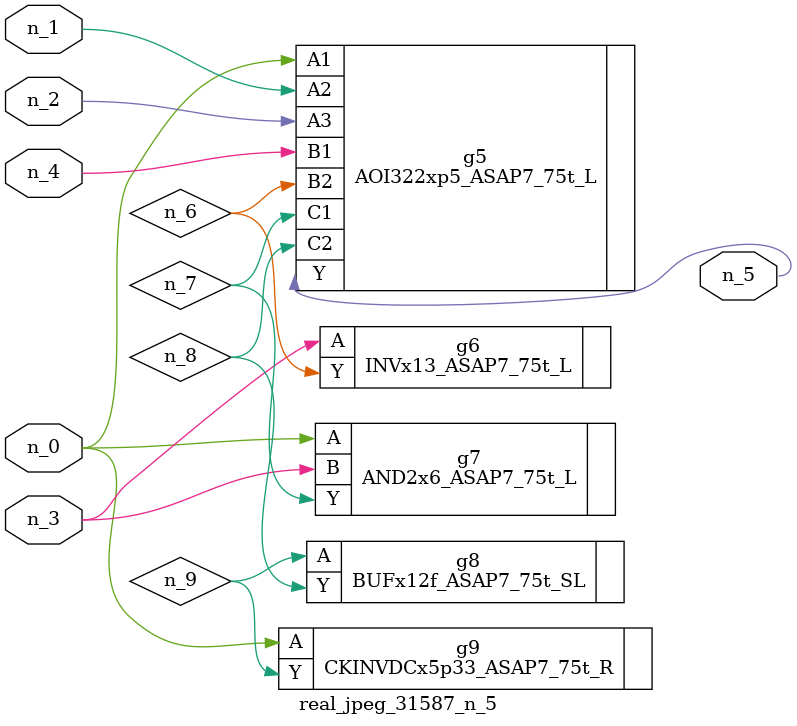
<source format=v>
module real_jpeg_31587_n_5 (n_4, n_0, n_1, n_2, n_3, n_5);

input n_4;
input n_0;
input n_1;
input n_2;
input n_3;

output n_5;

wire n_8;
wire n_6;
wire n_7;
wire n_9;

AOI322xp5_ASAP7_75t_L g5 ( 
.A1(n_0),
.A2(n_1),
.A3(n_2),
.B1(n_4),
.B2(n_6),
.C1(n_7),
.C2(n_8),
.Y(n_5)
);

AND2x6_ASAP7_75t_L g7 ( 
.A(n_0),
.B(n_3),
.Y(n_7)
);

CKINVDCx5p33_ASAP7_75t_R g9 ( 
.A(n_0),
.Y(n_9)
);

INVx13_ASAP7_75t_L g6 ( 
.A(n_3),
.Y(n_6)
);

BUFx12f_ASAP7_75t_SL g8 ( 
.A(n_9),
.Y(n_8)
);


endmodule
</source>
